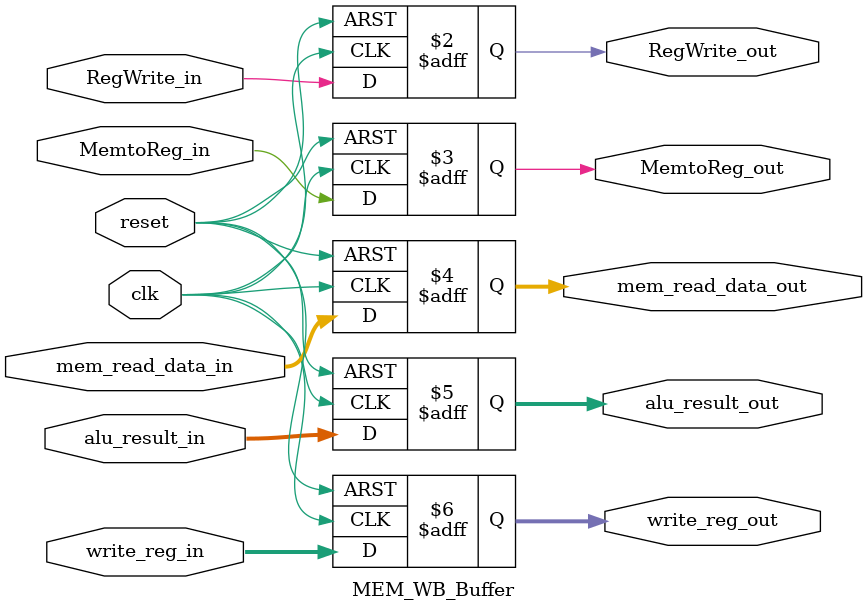
<source format=v>
module MEM_WB_Buffer (
    input clk,
    input reset,
    // Señales de Control (WB)
    input RegWrite_in, MemtoReg_in,
    
    // Datos
    input [31:0] mem_read_data_in,
    input [31:0] alu_result_in,
    input [4:0]  write_reg_in,

    // Salidas
    output reg RegWrite_out, MemtoReg_out,
    output reg [31:0] mem_read_data_out,
    output reg [31:0] alu_result_out,
    output reg [4:0]  write_reg_out
);

    always @(posedge clk or posedge reset) begin
        if (reset) begin
            RegWrite_out <= 0; MemtoReg_out <= 0;
            mem_read_data_out <= 0; alu_result_out <= 0; write_reg_out <= 0;
        end else begin
            RegWrite_out <= RegWrite_in; MemtoReg_out <= MemtoReg_in;
            mem_read_data_out <= mem_read_data_in;
            alu_result_out <= alu_result_in;
            write_reg_out <= write_reg_in;
        end
    end
endmodule
</source>
